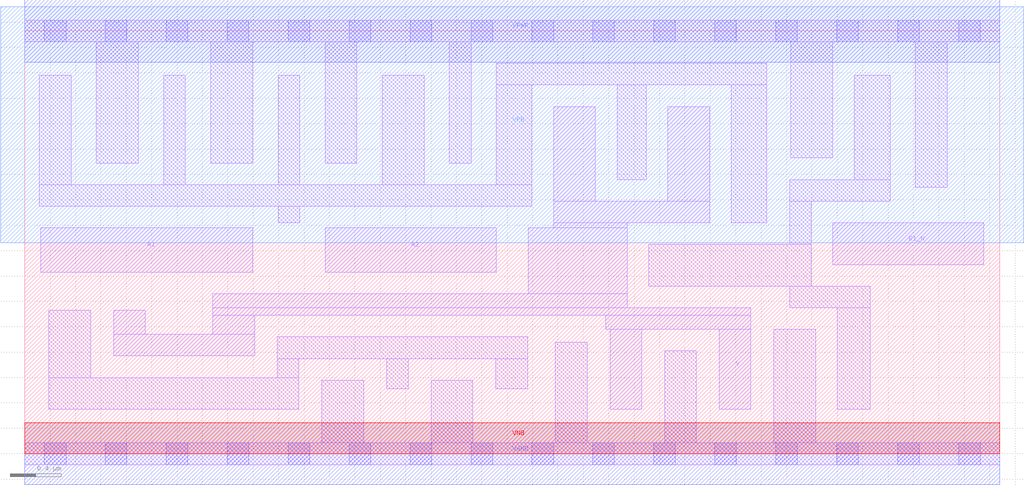
<source format=lef>
# Copyright 2020 The SkyWater PDK Authors
#
# Licensed under the Apache License, Version 2.0 (the "License");
# you may not use this file except in compliance with the License.
# You may obtain a copy of the License at
#
#     https://www.apache.org/licenses/LICENSE-2.0
#
# Unless required by applicable law or agreed to in writing, software
# distributed under the License is distributed on an "AS IS" BASIS,
# WITHOUT WARRANTIES OR CONDITIONS OF ANY KIND, either express or implied.
# See the License for the specific language governing permissions and
# limitations under the License.
#
# SPDX-License-Identifier: Apache-2.0

VERSION 5.7 ;
  NOWIREEXTENSIONATPIN ON ;
  DIVIDERCHAR "/" ;
  BUSBITCHARS "[]" ;
MACRO sky130_fd_sc_hs__a21boi_4
  CLASS CORE ;
  FOREIGN sky130_fd_sc_hs__a21boi_4 ;
  ORIGIN  0.000000  0.000000 ;
  SIZE  7.680000 BY  3.330000 ;
  SYMMETRY X Y ;
  SITE unit ;
  PIN A1
    ANTENNAGATEAREA  1.116000 ;
    DIRECTION INPUT ;
    USE SIGNAL ;
    PORT
      LAYER li1 ;
        RECT 0.125000 1.430000 1.795000 1.780000 ;
    END
  END A1
  PIN A2
    ANTENNAGATEAREA  1.116000 ;
    DIRECTION INPUT ;
    USE SIGNAL ;
    PORT
      LAYER li1 ;
        RECT 2.365000 1.430000 3.715000 1.780000 ;
    END
  END A2
  PIN B1_N
    ANTENNAGATEAREA  0.363000 ;
    DIRECTION INPUT ;
    USE SIGNAL ;
    PORT
      LAYER li1 ;
        RECT 6.365000 1.490000 7.555000 1.820000 ;
    END
  END B1_N
  PIN Y
    ANTENNADIFFAREA  1.500800 ;
    DIRECTION OUTPUT ;
    USE SIGNAL ;
    PORT
      LAYER li1 ;
        RECT 0.700000 0.770000 1.810000 0.940000 ;
        RECT 0.700000 0.940000 0.950000 1.130000 ;
        RECT 1.480000 0.940000 1.810000 1.090000 ;
        RECT 1.480000 1.090000 5.720000 1.150000 ;
        RECT 1.480000 1.150000 4.745000 1.260000 ;
        RECT 3.965000 1.260000 4.745000 1.780000 ;
        RECT 4.165000 1.780000 4.745000 1.820000 ;
        RECT 4.165000 1.820000 5.395000 1.990000 ;
        RECT 4.165000 1.990000 4.495000 2.735000 ;
        RECT 4.575000 0.980000 5.720000 1.090000 ;
        RECT 4.610000 0.350000 4.860000 0.980000 ;
        RECT 5.065000 1.990000 5.395000 2.735000 ;
        RECT 5.470000 0.350000 5.720000 0.980000 ;
    END
  END Y
  PIN VGND
    DIRECTION INOUT ;
    USE GROUND ;
    PORT
      LAYER met1 ;
        RECT 0.000000 -0.245000 7.680000 0.245000 ;
    END
  END VGND
  PIN VNB
    DIRECTION INOUT ;
    USE GROUND ;
    PORT
      LAYER pwell ;
        RECT 0.000000 0.000000 7.680000 0.245000 ;
    END
  END VNB
  PIN VPB
    DIRECTION INOUT ;
    USE POWER ;
    PORT
      LAYER nwell ;
        RECT -0.190000 1.660000 7.870000 3.520000 ;
    END
  END VPB
  PIN VPWR
    DIRECTION INOUT ;
    USE POWER ;
    PORT
      LAYER met1 ;
        RECT 0.000000 3.085000 7.680000 3.575000 ;
    END
  END VPWR
  OBS
    LAYER li1 ;
      RECT 0.000000 -0.085000 7.680000 0.085000 ;
      RECT 0.000000  3.245000 7.680000 3.415000 ;
      RECT 0.115000  1.950000 3.995000 2.120000 ;
      RECT 0.115000  2.120000 0.365000 2.980000 ;
      RECT 0.190000  0.350000 2.160000 0.600000 ;
      RECT 0.190000  0.600000 0.520000 1.130000 ;
      RECT 0.565000  2.290000 0.895000 3.245000 ;
      RECT 1.095000  2.120000 1.265000 2.980000 ;
      RECT 1.465000  2.290000 1.795000 3.245000 ;
      RECT 1.990000  0.600000 2.160000 0.750000 ;
      RECT 1.990000  0.750000 3.960000 0.920000 ;
      RECT 1.995000  1.820000 2.165000 1.950000 ;
      RECT 1.995000  2.120000 2.165000 2.980000 ;
      RECT 2.340000  0.085000 2.670000 0.580000 ;
      RECT 2.365000  2.290000 2.615000 3.245000 ;
      RECT 2.815000  2.120000 3.145000 2.980000 ;
      RECT 2.850000  0.510000 3.020000 0.750000 ;
      RECT 3.200000  0.085000 3.530000 0.580000 ;
      RECT 3.345000  2.290000 3.515000 3.245000 ;
      RECT 3.710000  0.510000 3.960000 0.750000 ;
      RECT 3.715000  2.120000 3.995000 2.905000 ;
      RECT 3.715000  2.905000 5.845000 3.075000 ;
      RECT 4.180000  0.085000 4.430000 0.880000 ;
      RECT 4.665000  2.160000 4.895000 2.905000 ;
      RECT 4.915000  1.320000 6.195000 1.650000 ;
      RECT 5.040000  0.085000 5.290000 0.810000 ;
      RECT 5.565000  1.820000 5.845000 2.905000 ;
      RECT 5.900000  0.085000 6.230000 0.980000 ;
      RECT 6.025000  1.150000 6.660000 1.320000 ;
      RECT 6.025000  1.650000 6.195000 1.990000 ;
      RECT 6.025000  1.990000 6.815000 2.160000 ;
      RECT 6.035000  2.330000 6.365000 3.245000 ;
      RECT 6.400000  0.350000 6.660000 1.150000 ;
      RECT 6.535000  2.160000 6.815000 2.980000 ;
      RECT 7.015000  2.100000 7.265000 3.245000 ;
    LAYER mcon ;
      RECT 0.155000 -0.085000 0.325000 0.085000 ;
      RECT 0.155000  3.245000 0.325000 3.415000 ;
      RECT 0.635000 -0.085000 0.805000 0.085000 ;
      RECT 0.635000  3.245000 0.805000 3.415000 ;
      RECT 1.115000 -0.085000 1.285000 0.085000 ;
      RECT 1.115000  3.245000 1.285000 3.415000 ;
      RECT 1.595000 -0.085000 1.765000 0.085000 ;
      RECT 1.595000  3.245000 1.765000 3.415000 ;
      RECT 2.075000 -0.085000 2.245000 0.085000 ;
      RECT 2.075000  3.245000 2.245000 3.415000 ;
      RECT 2.555000 -0.085000 2.725000 0.085000 ;
      RECT 2.555000  3.245000 2.725000 3.415000 ;
      RECT 3.035000 -0.085000 3.205000 0.085000 ;
      RECT 3.035000  3.245000 3.205000 3.415000 ;
      RECT 3.515000 -0.085000 3.685000 0.085000 ;
      RECT 3.515000  3.245000 3.685000 3.415000 ;
      RECT 3.995000 -0.085000 4.165000 0.085000 ;
      RECT 3.995000  3.245000 4.165000 3.415000 ;
      RECT 4.475000 -0.085000 4.645000 0.085000 ;
      RECT 4.475000  3.245000 4.645000 3.415000 ;
      RECT 4.955000 -0.085000 5.125000 0.085000 ;
      RECT 4.955000  3.245000 5.125000 3.415000 ;
      RECT 5.435000 -0.085000 5.605000 0.085000 ;
      RECT 5.435000  3.245000 5.605000 3.415000 ;
      RECT 5.915000 -0.085000 6.085000 0.085000 ;
      RECT 5.915000  3.245000 6.085000 3.415000 ;
      RECT 6.395000 -0.085000 6.565000 0.085000 ;
      RECT 6.395000  3.245000 6.565000 3.415000 ;
      RECT 6.875000 -0.085000 7.045000 0.085000 ;
      RECT 6.875000  3.245000 7.045000 3.415000 ;
      RECT 7.355000 -0.085000 7.525000 0.085000 ;
      RECT 7.355000  3.245000 7.525000 3.415000 ;
  END
END sky130_fd_sc_hs__a21boi_4
END LIBRARY

</source>
